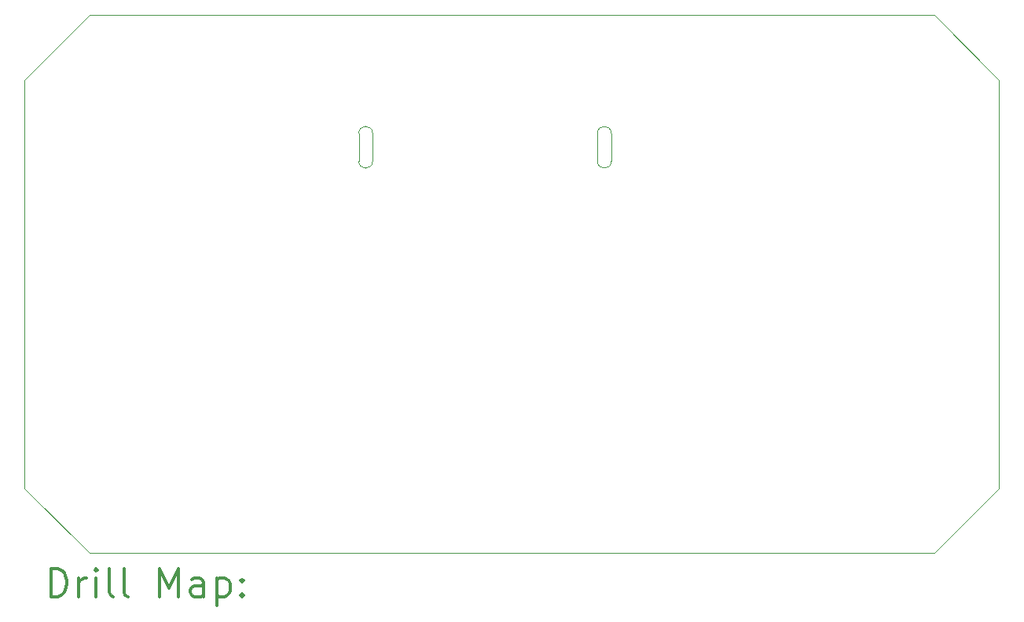
<source format=gbr>
%FSLAX45Y45*%
G04 Gerber Fmt 4.5, Leading zero omitted, Abs format (unit mm)*
G04 Created by KiCad (PCBNEW (5.1.9)-1) date 2021-05-25 00:15:30*
%MOMM*%
%LPD*%
G01*
G04 APERTURE LIST*
%TA.AperFunction,Profile*%
%ADD10C,0.050000*%
%TD*%
%ADD11C,0.200000*%
%ADD12C,0.300000*%
G04 APERTURE END LIST*
D10*
X8321000Y-3275000D02*
X8321000Y-3575000D01*
X8171000Y-3275000D02*
G75*
G02*
X8321000Y-3275000I75000J0D01*
G01*
X8321000Y-3575000D02*
G75*
G02*
X8171000Y-3575000I-75000J0D01*
G01*
X8171000Y-3575000D02*
X8171000Y-3275000D01*
X5750000Y-3575000D02*
G75*
G02*
X5600000Y-3575000I-75000J0D01*
G01*
X5600000Y-3275000D02*
G75*
G02*
X5750000Y-3275000I75000J0D01*
G01*
X5600000Y-3575000D02*
X5600000Y-3275000D01*
X5750000Y-3275000D02*
X5750000Y-3575000D01*
X11800000Y-7800000D02*
X12500000Y-7100000D01*
X2700000Y-7800000D02*
X2000000Y-7100000D01*
X2000000Y-2700000D02*
X2700000Y-2000000D01*
X2000000Y-2700000D02*
X2000000Y-7100000D01*
X11800000Y-7800000D02*
X2700000Y-7800000D01*
X12500000Y-2700000D02*
X12500000Y-7100000D01*
X11800000Y-2000000D02*
X12500000Y-2700000D01*
X2700000Y-2000000D02*
X11800000Y-2000000D01*
D11*
D12*
X2283928Y-8268214D02*
X2283928Y-7968214D01*
X2355357Y-7968214D01*
X2398214Y-7982500D01*
X2426786Y-8011071D01*
X2441071Y-8039643D01*
X2455357Y-8096786D01*
X2455357Y-8139643D01*
X2441071Y-8196786D01*
X2426786Y-8225357D01*
X2398214Y-8253929D01*
X2355357Y-8268214D01*
X2283928Y-8268214D01*
X2583928Y-8268214D02*
X2583928Y-8068214D01*
X2583928Y-8125357D02*
X2598214Y-8096786D01*
X2612500Y-8082500D01*
X2641071Y-8068214D01*
X2669643Y-8068214D01*
X2769643Y-8268214D02*
X2769643Y-8068214D01*
X2769643Y-7968214D02*
X2755357Y-7982500D01*
X2769643Y-7996786D01*
X2783928Y-7982500D01*
X2769643Y-7968214D01*
X2769643Y-7996786D01*
X2955357Y-8268214D02*
X2926786Y-8253929D01*
X2912500Y-8225357D01*
X2912500Y-7968214D01*
X3112500Y-8268214D02*
X3083928Y-8253929D01*
X3069643Y-8225357D01*
X3069643Y-7968214D01*
X3455357Y-8268214D02*
X3455357Y-7968214D01*
X3555357Y-8182500D01*
X3655357Y-7968214D01*
X3655357Y-8268214D01*
X3926786Y-8268214D02*
X3926786Y-8111071D01*
X3912500Y-8082500D01*
X3883928Y-8068214D01*
X3826786Y-8068214D01*
X3798214Y-8082500D01*
X3926786Y-8253929D02*
X3898214Y-8268214D01*
X3826786Y-8268214D01*
X3798214Y-8253929D01*
X3783928Y-8225357D01*
X3783928Y-8196786D01*
X3798214Y-8168214D01*
X3826786Y-8153929D01*
X3898214Y-8153929D01*
X3926786Y-8139643D01*
X4069643Y-8068214D02*
X4069643Y-8368214D01*
X4069643Y-8082500D02*
X4098214Y-8068214D01*
X4155357Y-8068214D01*
X4183928Y-8082500D01*
X4198214Y-8096786D01*
X4212500Y-8125357D01*
X4212500Y-8211071D01*
X4198214Y-8239643D01*
X4183928Y-8253929D01*
X4155357Y-8268214D01*
X4098214Y-8268214D01*
X4069643Y-8253929D01*
X4341071Y-8239643D02*
X4355357Y-8253929D01*
X4341071Y-8268214D01*
X4326786Y-8253929D01*
X4341071Y-8239643D01*
X4341071Y-8268214D01*
X4341071Y-8082500D02*
X4355357Y-8096786D01*
X4341071Y-8111071D01*
X4326786Y-8096786D01*
X4341071Y-8082500D01*
X4341071Y-8111071D01*
M02*

</source>
